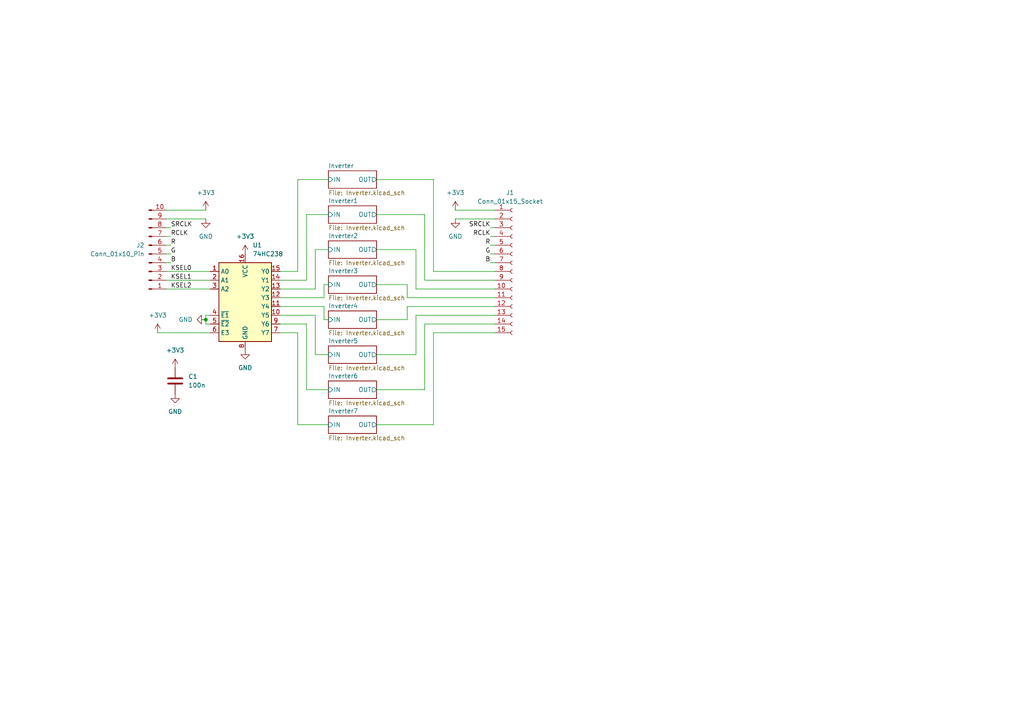
<source format=kicad_sch>
(kicad_sch (version 20250114) (generator "eeschema") (generator_version "9.0")
  (paper "A4")
  (lib_symbols
    (symbol "74xx:74HC238"
      (property "Reference" "U" (at -7.62 13.97 0))
      (property "Value" "74HC238" (at 2.54 -11.43 0))
      (symbol "74HC238_0_1"
        (rectangle (start -7.62 12.7) (end 7.62 -10.16) (stroke (width 0.254)) (fill (type background)))
      )
      (symbol "74HC238_1_1"
        (pin input line (at -10.16 10.16 0) (length 2.54) (name "A0") (number "1"))
        (pin input line (at -10.16 7.62 0) (length 2.54) (name "A1") (number "2"))
        (pin input line (at -10.16 5.08 0) (length 2.54) (name "A2") (number "3"))
        (pin input line (at -10.16 -2.54 0) (length 2.54) (name "~{E1}") (number "4"))
        (pin input line (at -10.16 -5.08 0) (length 2.54) (name "~{E2}") (number "5"))
        (pin input line (at -10.16 -7.62 0) (length 2.54) (name "E3") (number "6"))
        (pin power_in line (at 0 15.24 270) (length 2.54) (name "VCC") (number "16"))
        (pin power_in line (at 0 -12.7 90) (length 2.54) (name "GND") (number "8"))
        (pin output line (at 10.16 10.16 180) (length 2.54) (name "Y0") (number "15"))
        (pin output line (at 10.16 7.62 180) (length 2.54) (name "Y1") (number "14"))
        (pin output line (at 10.16 5.08 180) (length 2.54) (name "Y2") (number "13"))
        (pin output line (at 10.16 2.54 180) (length 2.54) (name "Y3") (number "12"))
        (pin output line (at 10.16 0 180) (length 2.54) (name "Y4") (number "11"))
        (pin output line (at 10.16 -2.54 180) (length 2.54) (name "Y5") (number "10"))
        (pin output line (at 10.16 -5.08 180) (length 2.54) (name "Y6") (number "9"))
        (pin output line (at 10.16 -7.62 180) (length 2.54) (name "Y7") (number "7"))
      )
    )
    (symbol "Connector:Conn_01x10_Pin" (pin_names (offset 1.016) (hide yes))
      (property "Reference" "J" (at 0 12.7 0))
      (property "Value" "Conn_01x10_Pin" (at 0 -15.24 0))
      (symbol "Conn_01x10_Pin_1_1"
        (rectangle (start 0.8636 10.287) (end 0 10.033) (stroke (width 0.1524)) (fill (type outline)))
        (rectangle (start 0.8636 7.747) (end 0 7.493) (stroke (width 0.1524)) (fill (type outline)))
        (rectangle (start 0.8636 5.207) (end 0 4.953) (stroke (width 0.1524)) (fill (type outline)))
        (rectangle (start 0.8636 2.667) (end 0 2.413) (stroke (width 0.1524)) (fill (type outline)))
        (rectangle (start 0.8636 0.127) (end 0 -0.127) (stroke (width 0.1524)) (fill (type outline)))
        (rectangle (start 0.8636 -2.413) (end 0 -2.667) (stroke (width 0.1524)) (fill (type outline)))
        (rectangle (start 0.8636 -4.953) (end 0 -5.207) (stroke (width 0.1524)) (fill (type outline)))
        (rectangle (start 0.8636 -7.493) (end 0 -7.747) (stroke (width 0.1524)) (fill (type outline)))
        (rectangle (start 0.8636 -10.033) (end 0 -10.287) (stroke (width 0.1524)) (fill (type outline)))
        (rectangle (start 0.8636 -12.573) (end 0 -12.827) (stroke (width 0.1524)) (fill (type outline)))
        (polyline (pts (xy 1.27 10.16) (xy 0.8636 10.16)) (stroke (width 0.1524)))
        (polyline (pts (xy 1.27 7.62) (xy 0.8636 7.62)) (stroke (width 0.1524)))
        (polyline (pts (xy 1.27 5.08) (xy 0.8636 5.08)) (stroke (width 0.1524)))
        (polyline (pts (xy 1.27 2.54) (xy 0.8636 2.54)) (stroke (width 0.1524)))
        (polyline (pts (xy 1.27 0) (xy 0.8636 0)) (stroke (width 0.1524)))
        (polyline (pts (xy 1.27 -2.54) (xy 0.8636 -2.54)) (stroke (width 0.1524)))
        (polyline (pts (xy 1.27 -5.08) (xy 0.8636 -5.08)) (stroke (width 0.1524)))
        (polyline (pts (xy 1.27 -7.62) (xy 0.8636 -7.62)) (stroke (width 0.1524)))
        (polyline (pts (xy 1.27 -10.16) (xy 0.8636 -10.16)) (stroke (width 0.1524)))
        (polyline (pts (xy 1.27 -12.7) (xy 0.8636 -12.7)) (stroke (width 0.1524)))
        (pin passive line (at 5.08 10.16 180) (length 3.81) (name "Pin_1") (number "1"))
        (pin passive line (at 5.08 7.62 180) (length 3.81) (name "Pin_2") (number "2"))
        (pin passive line (at 5.08 5.08 180) (length 3.81) (name "Pin_3") (number "3"))
        (pin passive line (at 5.08 2.54 180) (length 3.81) (name "Pin_4") (number "4"))
        (pin passive line (at 5.08 0 180) (length 3.81) (name "Pin_5") (number "5"))
        (pin passive line (at 5.08 -2.54 180) (length 3.81) (name "Pin_6") (number "6"))
        (pin passive line (at 5.08 -5.08 180) (length 3.81) (name "Pin_7") (number "7"))
        (pin passive line (at 5.08 -7.62 180) (length 3.81) (name "Pin_8") (number "8"))
        (pin passive line (at 5.08 -10.16 180) (length 3.81) (name "Pin_9") (number "9"))
        (pin passive line (at 5.08 -12.7 180) (length 3.81) (name "Pin_10") (number "10"))
      )
    )
    (symbol "Connector:Conn_01x15_Socket" (pin_names (offset 1.016) (hide yes))
      (property "Reference" "J" (at 0 20.32 0))
      (property "Value" "Conn_01x15_Socket" (at 0 -20.32 0))
      (symbol "Conn_01x15_Socket_1_1"
        (polyline (pts (xy -1.27 17.78) (xy -0.508 17.78)) (stroke (width 0.1524)))
        (polyline (pts (xy -1.27 15.24) (xy -0.508 15.24)) (stroke (width 0.1524)))
        (polyline (pts (xy -1.27 12.7) (xy -0.508 12.7)) (stroke (width 0.1524)))
        (polyline (pts (xy -1.27 10.16) (xy -0.508 10.16)) (stroke (width 0.1524)))
        (polyline (pts (xy -1.27 7.62) (xy -0.508 7.62)) (stroke (width 0.1524)))
        (polyline (pts (xy -1.27 5.08) (xy -0.508 5.08)) (stroke (width 0.1524)))
        (polyline (pts (xy -1.27 2.54) (xy -0.508 2.54)) (stroke (width 0.1524)))
        (polyline (pts (xy -1.27 0) (xy -0.508 0)) (stroke (width 0.1524)))
        (polyline (pts (xy -1.27 -2.54) (xy -0.508 -2.54)) (stroke (width 0.1524)))
        (polyline (pts (xy -1.27 -5.08) (xy -0.508 -5.08)) (stroke (width 0.1524)))
        (polyline (pts (xy -1.27 -7.62) (xy -0.508 -7.62)) (stroke (width 0.1524)))
        (polyline (pts (xy -1.27 -10.16) (xy -0.508 -10.16)) (stroke (width 0.1524)))
        (polyline (pts (xy -1.27 -12.7) (xy -0.508 -12.7)) (stroke (width 0.1524)))
        (polyline (pts (xy -1.27 -15.24) (xy -0.508 -15.24)) (stroke (width 0.1524)))
        (polyline (pts (xy -1.27 -17.78) (xy -0.508 -17.78)) (stroke (width 0.1524)))
        (arc (start 0 17.272) (mid -0.5058 17.78) (end 0 18.288) (stroke (width 0.1524)))
        (arc (start 0 14.732) (mid -0.5058 15.24) (end 0 15.748) (stroke (width 0.1524)))
        (arc (start 0 12.192) (mid -0.5058 12.7) (end 0 13.208) (stroke (width 0.1524)))
        (arc (start 0 9.652) (mid -0.5058 10.16) (end 0 10.668) (stroke (width 0.1524)))
        (arc (start 0 7.112) (mid -0.5058 7.62) (end 0 8.128) (stroke (width 0.1524)))
        (arc (start 0 4.572) (mid -0.5058 5.08) (end 0 5.588) (stroke (width 0.1524)))
        (arc (start 0 2.032) (mid -0.5058 2.54) (end 0 3.048) (stroke (width 0.1524)))
        (arc (start 0 -0.508) (mid -0.5058 0) (end 0 0.508) (stroke (width 0.1524)))
        (arc (start 0 -3.048) (mid -0.5058 -2.54) (end 0 -2.032) (stroke (width 0.1524)))
        (arc (start 0 -5.588) (mid -0.5058 -5.08) (end 0 -4.572) (stroke (width 0.1524)))
        (arc (start 0 -8.128) (mid -0.5058 -7.62) (end 0 -7.112) (stroke (width 0.1524)))
        (arc (start 0 -10.668) (mid -0.5058 -10.16) (end 0 -9.652) (stroke (width 0.1524)))
        (arc (start 0 -13.208) (mid -0.5058 -12.7) (end 0 -12.192) (stroke (width 0.1524)))
        (arc (start 0 -15.748) (mid -0.5058 -15.24) (end 0 -14.732) (stroke (width 0.1524)))
        (arc (start 0 -18.288) (mid -0.5058 -17.78) (end 0 -17.272) (stroke (width 0.1524)))
        (pin passive line (at -5.08 17.78 0) (length 3.81) (name "Pin_1") (number "1"))
        (pin passive line (at -5.08 15.24 0) (length 3.81) (name "Pin_2") (number "2"))
        (pin passive line (at -5.08 12.7 0) (length 3.81) (name "Pin_3") (number "3"))
        (pin passive line (at -5.08 10.16 0) (length 3.81) (name "Pin_4") (number "4"))
        (pin passive line (at -5.08 7.62 0) (length 3.81) (name "Pin_5") (number "5"))
        (pin passive line (at -5.08 5.08 0) (length 3.81) (name "Pin_6") (number "6"))
        (pin passive line (at -5.08 2.54 0) (length 3.81) (name "Pin_7") (number "7"))
        (pin passive line (at -5.08 0 0) (length 3.81) (name "Pin_8") (number "8"))
        (pin passive line (at -5.08 -2.54 0) (length 3.81) (name "Pin_9") (number "9"))
        (pin passive line (at -5.08 -5.08 0) (length 3.81) (name "Pin_10") (number "10"))
        (pin passive line (at -5.08 -7.62 0) (length 3.81) (name "Pin_11") (number "11"))
        (pin passive line (at -5.08 -10.16 0) (length 3.81) (name "Pin_12") (number "12"))
        (pin passive line (at -5.08 -12.7 0) (length 3.81) (name "Pin_13") (number "13"))
        (pin passive line (at -5.08 -15.24 0) (length 3.81) (name "Pin_14") (number "14"))
        (pin passive line (at -5.08 -17.78 0) (length 3.81) (name "Pin_15") (number "15"))
      )
    )
    (symbol "Device:C" (pin_numbers (hide yes)) (pin_names (offset 0.254))
      (property "Reference" "C" (at 0.635 2.54 0))
      (property "Value" "C" (at 0.635 -2.54 0))
      (symbol "C_0_1"
        (polyline (pts (xy -2.032 0.762) (xy 2.032 0.762)) (stroke (width 0.508)))
        (polyline (pts (xy -2.032 -0.762) (xy 2.032 -0.762)) (stroke (width 0.508)))
      )
      (symbol "C_1_1"
        (pin passive line (at 0 3.81 270) (length 2.794) (name "~") (number "1"))
        (pin passive line (at 0 -3.81 90) (length 2.794) (name "~") (number "2"))
      )
    )
    (symbol "power:+3V3" (power) (pin_numbers (hide yes)) (pin_names (offset 0) (hide yes))
      (property "Value" "+3V3" (at 0 3.556 0))
      (symbol "+3V3_0_1"
        (polyline (pts (xy -0.762 1.27) (xy 0 2.54)))
        (polyline (pts (xy 0 2.54) (xy 0.762 1.27)))
        (polyline (pts (xy 0 0) (xy 0 2.54)))
      )
      (symbol "+3V3_1_1"
        (pin power_in line (at 0 0 90) (length 0) (name "~") (number "1"))
      )
    )
    (symbol "power:GND" (power) (pin_numbers (hide yes)) (pin_names (offset 0) (hide yes))
      (property "Value" "GND" (at 0 -3.81 0))
      (symbol "GND_0_1"
        (polyline (pts (xy 0 0) (xy 0 -1.27) (xy 1.27 -1.27) (xy 0 -2.54) (xy -1.27 -1.27) (xy 0 -1.27)))
      )
      (symbol "GND_1_1"
        (pin power_in line (at 0 0 270) (length 0) (name "~") (number "1"))
      )
    )
  )
  (junction (at 59.69 92.71))
  (wire (pts (xy 120.65 91.44) (xy 120.65 102.87)))
  (wire (pts (xy 109.22 92.71) (xy 118.11 92.71)))
  (wire (pts (xy 86.36 96.52) (xy 86.36 123.19)))
  (wire (pts (xy 49.53 71.12) (xy 48.26 71.12)))
  (wire (pts (xy 143.51 86.36) (xy 118.11 86.36)))
  (wire (pts (xy 123.19 113.03) (xy 123.19 93.98)))
  (wire (pts (xy 109.22 52.07) (xy 125.73 52.07)))
  (wire (pts (xy 118.11 82.55) (xy 109.22 82.55)))
  (wire (pts (xy 125.73 78.74) (xy 143.51 78.74)))
  (wire (pts (xy 86.36 78.74) (xy 86.36 52.07)))
  (wire (pts (xy 48.26 63.5) (xy 59.69 63.5)))
  (wire (pts (xy 81.28 96.52) (xy 86.36 96.52)))
  (wire (pts (xy 93.98 86.36) (xy 93.98 82.55)))
  (wire (pts (xy 109.22 72.39) (xy 120.65 72.39)))
  (wire (pts (xy 81.28 78.74) (xy 86.36 78.74)))
  (wire (pts (xy 88.9 113.03) (xy 95.25 113.03)))
  (wire (pts (xy 59.69 92.71) (xy 59.69 93.98)))
  (wire (pts (xy 143.51 81.28) (xy 123.19 81.28)))
  (wire (pts (xy 109.22 113.03) (xy 123.19 113.03)))
  (wire (pts (xy 81.28 91.44) (xy 91.44 91.44)))
  (wire (pts (xy 123.19 93.98) (xy 143.51 93.98)))
  (wire (pts (xy 48.26 60.96) (xy 59.69 60.96)))
  (wire (pts (xy 143.51 96.52) (xy 125.73 96.52)))
  (wire (pts (xy 118.11 92.71) (xy 118.11 88.9)))
  (wire (pts (xy 45.72 96.52) (xy 60.96 96.52)))
  (wire (pts (xy 48.26 81.28) (xy 60.96 81.28)))
  (wire (pts (xy 60.96 91.44) (xy 59.69 91.44)))
  (wire (pts (xy 91.44 72.39) (xy 95.25 72.39)))
  (wire (pts (xy 143.51 91.44) (xy 120.65 91.44)))
  (wire (pts (xy 142.24 73.66) (xy 143.51 73.66)))
  (wire (pts (xy 48.26 83.82) (xy 60.96 83.82)))
  (wire (pts (xy 86.36 123.19) (xy 95.25 123.19)))
  (wire (pts (xy 123.19 81.28) (xy 123.19 62.23)))
  (wire (pts (xy 125.73 52.07) (xy 125.73 78.74)))
  (wire (pts (xy 142.24 66.04) (xy 143.51 66.04)))
  (wire (pts (xy 81.28 93.98) (xy 88.9 93.98)))
  (wire (pts (xy 125.73 96.52) (xy 125.73 123.19)))
  (wire (pts (xy 81.28 83.82) (xy 91.44 83.82)))
  (wire (pts (xy 81.28 81.28) (xy 88.9 81.28)))
  (wire (pts (xy 81.28 86.36) (xy 93.98 86.36)))
  (wire (pts (xy 142.24 68.58) (xy 143.51 68.58)))
  (wire (pts (xy 59.69 93.98) (xy 60.96 93.98)))
  (wire (pts (xy 48.26 78.74) (xy 60.96 78.74)))
  (wire (pts (xy 132.08 63.5) (xy 143.51 63.5)))
  (wire (pts (xy 91.44 91.44) (xy 91.44 102.87)))
  (wire (pts (xy 49.53 66.04) (xy 48.26 66.04)))
  (wire (pts (xy 49.53 76.2) (xy 48.26 76.2)))
  (wire (pts (xy 88.9 81.28) (xy 88.9 62.23)))
  (wire (pts (xy 81.28 88.9) (xy 93.98 88.9)))
  (wire (pts (xy 91.44 102.87) (xy 95.25 102.87)))
  (wire (pts (xy 93.98 82.55) (xy 95.25 82.55)))
  (wire (pts (xy 88.9 93.98) (xy 88.9 113.03)))
  (wire (pts (xy 93.98 88.9) (xy 93.98 92.71)))
  (wire (pts (xy 132.08 60.96) (xy 143.51 60.96)))
  (wire (pts (xy 120.65 72.39) (xy 120.65 83.82)))
  (wire (pts (xy 142.24 71.12) (xy 143.51 71.12)))
  (wire (pts (xy 88.9 62.23) (xy 95.25 62.23)))
  (wire (pts (xy 49.53 68.58) (xy 48.26 68.58)))
  (wire (pts (xy 118.11 88.9) (xy 143.51 88.9)))
  (wire (pts (xy 118.11 86.36) (xy 118.11 82.55)))
  (wire (pts (xy 93.98 92.71) (xy 95.25 92.71)))
  (wire (pts (xy 120.65 102.87) (xy 109.22 102.87)))
  (wire (pts (xy 49.53 73.66) (xy 48.26 73.66)))
  (wire (pts (xy 86.36 52.07) (xy 95.25 52.07)))
  (wire (pts (xy 142.24 76.2) (xy 143.51 76.2)))
  (wire (pts (xy 125.73 123.19) (xy 109.22 123.19)))
  (wire (pts (xy 59.69 91.44) (xy 59.69 92.71)))
  (wire (pts (xy 91.44 83.82) (xy 91.44 72.39)))
  (wire (pts (xy 120.65 83.82) (xy 143.51 83.82)))
  (wire (pts (xy 123.19 62.23) (xy 109.22 62.23)))
  (label "B" (at 142.24 76.2 180))
  (label "SRCLK" (at 49.53 66.04 0))
  (label "SRCLK" (at 142.24 66.04 180))
  (label "RCLK" (at 142.24 68.58 180))
  (label "R" (at 142.24 71.12 180))
  (label "KSEL1" (at 49.53 81.28 0))
  (label "KSEL2" (at 49.53 83.82 0))
  (label "B" (at 49.53 76.2 0))
  (label "G" (at 142.24 73.66 180))
  (label "RCLK" (at 49.53 68.58 0))
  (label "KSEL0" (at 49.53 78.74 0))
  (label "R" (at 49.53 71.12 0))
  (label "G" (at 49.53 73.66 0))
  (symbol (lib_id "Connector:Conn_01x10_Pin") (at 43.18 73.66 0) (mirror x) (unit 1)
    (property "Reference" "J2" (at 41.91 71.1199 0) (effects (justify right)))
    (property "Value" "Conn_01x10_Pin" (at 41.91 73.6599 0) (effects (justify right)))
    (property "Footprint" "Connector_PinHeader_2.54mm:PinHeader_1x10_P2.54mm_Horizontal" (effects (hide yes)))
    (property "Description" "Generic connector, single row, 01x10, script generated" (effects (hide yes)))
  )
  (symbol (lib_id "power:GND") (at 132.08 63.5 0) (unit 1)
    (property "Reference" "#PWR02" (effects (hide yes)))
    (property "Value" "GND" (at 132.08 68.58 0))
    (property "Description" "Power symbol creates a global label with name \"GND\" , ground" (effects (hide yes)))
  )
  (symbol (lib_id "power:GND") (at 50.8 114.3 0) (unit 1)
    (property "Reference" "#PWR017" (effects (hide yes)))
    (property "Value" "GND" (at 50.8 119.38 0))
    (property "Description" "Power symbol creates a global label with name \"GND\" , ground" (effects (hide yes)))
  )
  (symbol (lib_id "power:+3V3") (at 71.12 73.66 0) (unit 1)
    (property "Reference" "#PWR013" (effects (hide yes)))
    (property "Value" "+3V3" (at 71.12 68.58 0))
    (property "Description" "Power symbol creates a global label with name \"+3V3\"" (effects (hide yes)))
  )
  (symbol (lib_id "Device:C") (at 50.8 110.49 0) (unit 1)
    (property "Reference" "C1" (at 54.61 109.2199 0) (effects (justify left)))
    (property "Value" "100n" (at 54.61 111.7599 0) (effects (justify left)))
    (property "Footprint" "Capacitor_SMD:C_1206_3216Metric_Pad1.33x1.80mm_HandSolder" (effects (hide yes)))
    (property "Description" "Unpolarized capacitor" (effects (hide yes)))
  )
  (symbol (lib_id "power:+3V3") (at 45.72 96.52 0) (unit 1)
    (property "Reference" "#PWR012" (effects (hide yes)))
    (property "Value" "+3V3" (at 45.72 91.44 0))
    (property "Description" "Power symbol creates a global label with name \"+3V3\"" (effects (hide yes)))
  )
  (symbol (lib_id "power:+3V3") (at 50.8 106.68 0) (unit 1)
    (property "Reference" "#PWR016" (effects (hide yes)))
    (property "Value" "+3V3" (at 50.8 101.6 0))
    (property "Description" "Power symbol creates a global label with name \"+3V3\"" (effects (hide yes)))
  )
  (symbol (lib_id "74xx:74HC238") (at 71.12 88.9 0) (unit 1)
    (property "Reference" "U1" (at 73.2633 71.12 0) (effects (justify left)))
    (property "Value" "74HC238" (at 73.2633 73.66 0) (effects (justify left)))
    (property "Footprint" "Package_SO:TSSOP-16_4.4x5mm_P0.65mm" (effects (hide yes)))
    (property "Datasheet" "https://www.ti.com/lit/ds/symlink/cd74hc238.pdf" (effects (hide yes)))
    (property "Description" "3-to-8 line decoder/multiplexer, DIP-16/SOIC-16/SSOP-16" (effects (hide yes)))
  )
  (symbol (lib_id "power:+3V3") (at 132.08 60.96 0) (unit 1)
    (property "Reference" "#PWR01" (effects (hide yes)))
    (property "Value" "+3V3" (at 132.08 55.88 0))
    (property "Description" "Power symbol creates a global label with name \"+3V3\"" (effects (hide yes)))
  )
  (symbol (lib_id "power:GND") (at 59.69 92.71 270) (unit 1)
    (property "Reference" "#PWR011" (effects (hide yes)))
    (property "Value" "GND" (at 55.88 92.7099 90) (effects (justify right)))
    (property "Description" "Power symbol creates a global label with name \"GND\" , ground" (effects (hide yes)))
  )
  (symbol (lib_id "power:GND") (at 59.69 63.5 0) (unit 1)
    (property "Reference" "#PWR015" (effects (hide yes)))
    (property "Value" "GND" (at 59.69 68.58 0))
    (property "Description" "Power symbol creates a global label with name \"GND\" , ground" (effects (hide yes)))
  )
  (symbol (lib_id "Connector:Conn_01x15_Socket") (at 148.59 78.74 0) (unit 1)
    (property "Reference" "J1" (at 147.955 55.88 0))
    (property "Value" "Conn_01x15_Socket" (at 147.955 58.42 0))
    (property "Footprint" "Connector_PinSocket_2.54mm:PinSocket_1x15_P2.54mm_Horizontal" (effects (hide yes)))
    (property "Description" "Generic connector, single row, 01x15, script generated" (effects (hide yes)))
  )
  (symbol (lib_id "power:+3V3") (at 59.69 60.96 0) (unit 1)
    (property "Reference" "#PWR014" (effects (hide yes)))
    (property "Value" "+3V3" (at 59.69 55.88 0))
    (property "Description" "Power symbol creates a global label with name \"+3V3\"" (effects (hide yes)))
  )
  (symbol (lib_id "power:GND") (at 71.12 101.6 0) (unit 1)
    (property "Reference" "#PWR03" (effects (hide yes)))
    (property "Value" "GND" (at 71.12 106.68 0))
    (property "Description" "Power symbol creates a global label with name \"GND\" , ground" (effects (hide yes)))
  )
  (sheet (at 95.25 110.49) (size 13.97 5.08) (stroke (width 0.1524))
    (property "Sheetname" "Inverter6" (at 95.25 109.7784 0) (effects (justify left bottom)))
    (property "Sheetfile" "Inverter.kicad_sch" (at 95.25 116.1546 0) (effects (justify left top)))
    (pin "IN" input (at 95.25 113.03 180))
    (pin "OUT" output (at 109.22 113.03 0))
  )
  (sheet (at 95.25 69.85) (size 13.97 5.08) (stroke (width 0.1524))
    (property "Sheetname" "Inverter2" (at 95.25 69.1384 0) (effects (justify left bottom)))
    (property "Sheetfile" "Inverter.kicad_sch" (at 95.25 75.5146 0) (effects (justify left top)))
    (pin "IN" input (at 95.25 72.39 180))
    (pin "OUT" output (at 109.22 72.39 0))
  )
  (sheet (at 95.25 80.01) (size 13.97 5.08) (stroke (width 0.1524))
    (property "Sheetname" "Inverter3" (at 95.25 79.2984 0) (effects (justify left bottom)))
    (property "Sheetfile" "Inverter.kicad_sch" (at 95.25 85.6746 0) (effects (justify left top)))
    (pin "IN" input (at 95.25 82.55 180))
    (pin "OUT" output (at 109.22 82.55 0))
  )
  (sheet (at 95.25 59.69) (size 13.97 5.08) (stroke (width 0.1524))
    (property "Sheetname" "Inverter1" (at 95.25 58.9784 0) (effects (justify left bottom)))
    (property "Sheetfile" "Inverter.kicad_sch" (at 95.25 65.3546 0) (effects (justify left top)))
    (pin "IN" input (at 95.25 62.23 180))
    (pin "OUT" output (at 109.22 62.23 0))
  )
  (sheet (at 95.25 100.33) (size 13.97 5.08) (stroke (width 0.1524))
    (property "Sheetname" "Inverter5" (at 95.25 99.6184 0) (effects (justify left bottom)))
    (property "Sheetfile" "Inverter.kicad_sch" (at 95.25 105.9946 0) (effects (justify left top)))
    (pin "IN" input (at 95.25 102.87 180))
    (pin "OUT" output (at 109.22 102.87 0))
  )
  (sheet (at 95.25 120.65) (size 13.97 5.08) (stroke (width 0.1524))
    (property "Sheetname" "Inverter7" (at 95.25 119.9384 0) (effects (justify left bottom)))
    (property "Sheetfile" "Inverter.kicad_sch" (at 95.25 126.3146 0) (effects (justify left top)))
    (pin "IN" input (at 95.25 123.19 180))
    (pin "OUT" output (at 109.22 123.19 0))
  )
  (sheet (at 95.25 90.17) (size 13.97 5.08) (stroke (width 0.1524))
    (property "Sheetname" "Inverter4" (at 95.25 89.4584 0) (effects (justify left bottom)))
    (property "Sheetfile" "Inverter.kicad_sch" (at 95.25 95.8346 0) (effects (justify left top)))
    (pin "IN" input (at 95.25 92.71 180))
    (pin "OUT" output (at 109.22 92.71 0))
  )
  (sheet (at 95.25 49.53) (size 13.97 5.08) (stroke (width 0.1524))
    (property "Sheetname" "Inverter" (at 95.25 48.8184 0) (effects (justify left bottom)))
    (property "Sheetfile" "Inverter.kicad_sch" (at 95.25 55.1946 0) (effects (justify left top)))
    (pin "IN" input (at 95.25 52.07 180))
    (pin "OUT" output (at 109.22 52.07 0))
  )
)
</source>
